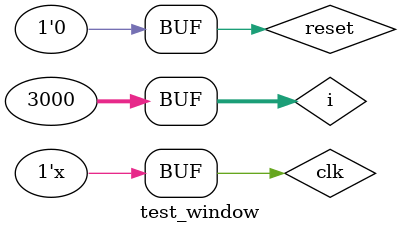
<source format=v>
`timescale 1ns / 1ps


module test_window;

	// Inputs
	reg [11:0] datain;
	reg clk;
	reg reset;
	integer i;

	// Outputs
	wire [11:0] out;


	reg [11 : 0] Ip;
	// Instantiate the Unit Under Test (UUT)
	window uut (
		.datain(datain), 
		.clk(clk), 
		.reset(reset), 
		.out(out)
	);

	always begin
	#5 clk = ~clk;
	end
	
	always begin
		#10 Ip = {$random % 15};
	end
	
	initial begin
		// Initialize Inputs
		datain = 0;
		reset = 1;
		clk = 0;
		#10 reset = 0;
		
		for (i = 0; i <3000; i = i+1) begin
			#10 datain = Ip;
		
		end

	end
      
endmodule


</source>
